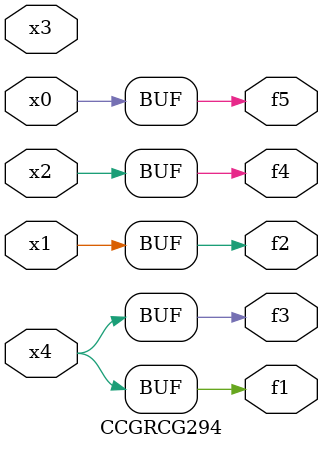
<source format=v>
module CCGRCG294(
	input x0, x1, x2, x3, x4,
	output f1, f2, f3, f4, f5
);
	assign f1 = x4;
	assign f2 = x1;
	assign f3 = x4;
	assign f4 = x2;
	assign f5 = x0;
endmodule

</source>
